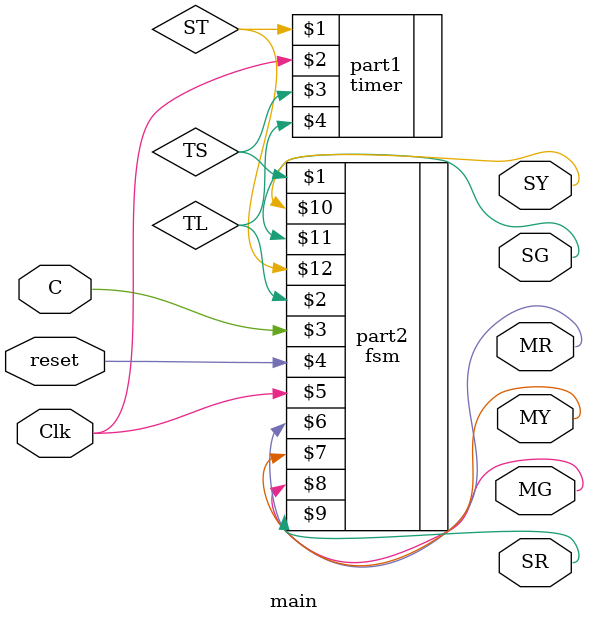
<source format=v>
`timescale 1ns / 1ps
module main(
    input reset,
    input C,
    input Clk,
    output MR,
    output MY,
    output MG,
    output SR,
    output SY,
    output SG
    );
timer part1(ST,Clk,TS,TL);
fsm part2(TS,TL,C,reset,Clk,MR,MY,MG,SR,SY,SG,ST);

endmodule

</source>
